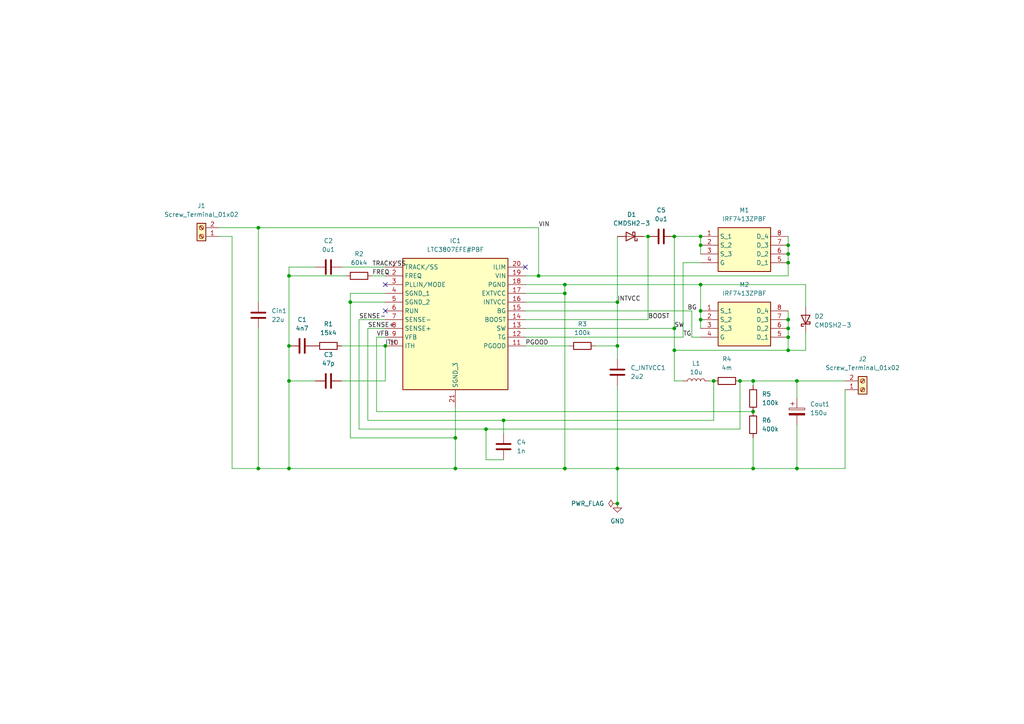
<source format=kicad_sch>
(kicad_sch (version 20231120) (generator "eeschema") (generator_version "8.0")
  (paper "A4")
  (title_block (title "Step-Down Converter") (date "2025-02-12") (rev "1.1"))
  (lib_symbols
    (symbol "Connector:Screw_Terminal_01x02" (pin_names (offset 1.016) hide)
      (property "Reference" "J" (at 0 2.54 0))
      (property "Value" "Screw_Terminal_01x02" (at 0 -5.08 0))
      (symbol "Screw_Terminal_01x02_1_1"
        (rectangle (start -1.27 1.27) (end 1.27 -3.81) (stroke (width 0.254)) (fill (type background)))
        (circle (center 0 -2.54) (radius 0.635) (stroke (width 0.1524)))
        (polyline (pts (xy -0.5334 -2.2098) (xy 0.3302 -3.048)) (stroke (width 0.1524)))
        (polyline (pts (xy -0.5334 0.3302) (xy 0.3302 -0.508)) (stroke (width 0.1524)))
        (polyline (pts (xy -0.3556 -2.032) (xy 0.508 -2.8702)) (stroke (width 0.1524)))
        (polyline (pts (xy -0.3556 0.508) (xy 0.508 -0.3302)) (stroke (width 0.1524)))
        (circle (center 0 0) (radius 0.635) (stroke (width 0.1524)))
        (pin passive line (at -5.08 0 0) (length 3.81) (name "Pin_1") (number "1"))
        (pin passive line (at -5.08 -2.54 0) (length 3.81) (name "Pin_2") (number "2"))
      )
    )
    (symbol "Device:C" (pin_numbers hide) (pin_names (offset 0.254))
      (property "Reference" "C" (at 0.635 2.54 0))
      (property "Value" "C" (at 0.635 -2.54 0))
      (symbol "C_0_1"
        (polyline (pts (xy -2.032 -0.762) (xy 2.032 -0.762)) (stroke (width 0.508)))
        (polyline (pts (xy -2.032 0.762) (xy 2.032 0.762)) (stroke (width 0.508)))
      )
      (symbol "C_1_1"
        (pin passive line (at 0 3.81 270) (length 2.794) (name "~") (number "1"))
        (pin passive line (at 0 -3.81 90) (length 2.794) (name "~") (number "2"))
      )
    )
    (symbol "Device:C_Polarized" (pin_numbers hide) (pin_names (offset 0.254))
      (property "Reference" "C" (at 0.635 2.54 0))
      (property "Value" "C_Polarized" (at 0.635 -2.54 0))
      (symbol "C_Polarized_0_1"
        (rectangle (start -2.286 0.508) (end 2.286 1.016))
        (polyline (pts (xy -1.778 2.286) (xy -0.762 2.286)))
        (polyline (pts (xy -1.27 2.794) (xy -1.27 1.778)))
        (rectangle (start 2.286 -0.508) (end -2.286 -1.016) (fill (type outline)))
      )
      (symbol "C_Polarized_1_1"
        (pin passive line (at 0 3.81 270) (length 2.794) (name "~") (number "1"))
        (pin passive line (at 0 -3.81 90) (length 2.794) (name "~") (number "2"))
      )
    )
    (symbol "Device:D_Schottky" (pin_numbers hide) (pin_names (offset 1.016) hide)
      (property "Reference" "D" (at 0 2.54 0))
      (property "Value" "D_Schottky" (at 0 -2.54 0))
      (symbol "D_Schottky_0_1"
        (polyline (pts (xy 1.27 0) (xy -1.27 0)))
        (polyline (pts (xy 1.27 1.27) (xy 1.27 -1.27) (xy -1.27 0) (xy 1.27 1.27)) (stroke (width 0.254)))
        (polyline (pts (xy -1.905 0.635) (xy -1.905 1.27) (xy -1.27 1.27) (xy -1.27 -1.27) (xy -0.635 -1.27) (xy -0.635 -0.635)) (stroke (width 0.254)))
      )
      (symbol "D_Schottky_1_1"
        (pin passive line (at -3.81 0 0) (length 2.54) (name "K") (number "1"))
        (pin passive line (at 3.81 0 180) (length 2.54) (name "A") (number "2"))
      )
    )
    (symbol "Device:L" (pin_numbers hide) (pin_names (offset 1.016) hide)
      (property "Reference" "L" (at -1.27 0 90))
      (property "Value" "L" (at 1.905 0 90))
      (symbol "L_0_1"
        (arc (start 0 -2.54) (mid 0.6323 -1.905) (end 0 -1.27))
        (arc (start 0 -1.27) (mid 0.6323 -0.635) (end 0 0))
        (arc (start 0 0) (mid 0.6323 0.635) (end 0 1.27))
        (arc (start 0 1.27) (mid 0.6323 1.905) (end 0 2.54))
      )
      (symbol "L_1_1"
        (pin passive line (at 0 3.81 270) (length 1.27) (name "1") (number "1"))
        (pin passive line (at 0 -3.81 90) (length 1.27) (name "2") (number "2"))
      )
    )
    (symbol "Device:R" (pin_numbers hide) (pin_names (offset 0))
      (property "Reference" "R" (at 2.032 0 90))
      (property "Value" "R" (at 0 0 90))
      (symbol "R_0_1"
        (rectangle (start -1.016 -2.54) (end 1.016 2.54) (stroke (width 0.254)))
      )
      (symbol "R_1_1"
        (pin passive line (at 0 3.81 270) (length 1.27) (name "~") (number "1"))
        (pin passive line (at 0 -3.81 90) (length 1.27) (name "~") (number "2"))
      )
    )
    (symbol "IRF7413ZPBF:IRF7413ZPBF"
      (property "Reference" "IC" (at 21.59 7.62 0))
      (property "Value" "IRF7413ZPBF" (at 21.59 5.08 0))
      (symbol "IRF7413ZPBF_1_1"
        (rectangle (start 5.08 2.54) (end 20.32 -10.16) (stroke (width 0.254)) (fill (type background)))
        (pin passive line (at 0 0 0) (length 5.08) (name "S_1") (number "1"))
        (pin passive line (at 0 -2.54 0) (length 5.08) (name "S_2") (number "2"))
        (pin passive line (at 0 -5.08 0) (length 5.08) (name "S_3") (number "3"))
        (pin passive line (at 0 -7.62 0) (length 5.08) (name "G") (number "4"))
        (pin passive line (at 25.4 -7.62 180) (length 5.08) (name "D_1") (number "5"))
        (pin passive line (at 25.4 -5.08 180) (length 5.08) (name "D_2") (number "6"))
        (pin passive line (at 25.4 -2.54 180) (length 5.08) (name "D_3") (number "7"))
        (pin passive line (at 25.4 0 180) (length 5.08) (name "D_4") (number "8"))
      )
    )
    (symbol "LTC3807EFE#PBF:LTC3807EFE#PBF"
      (property "Reference" "IC" (at 36.83 7.62 0))
      (property "Value" "LTC3807EFE#PBF" (at 36.83 5.08 0))
      (symbol "LTC3807EFE#PBF_1_1"
        (rectangle (start 5.08 2.54) (end 35.56 -35.56) (stroke (width 0.254)) (fill (type background)))
        (pin passive line (at 0 0 0) (length 5.08) (name "TRACK/SS") (number "1"))
        (pin passive line (at 0 -22.86 0) (length 5.08) (name "ITH") (number "10"))
        (pin passive line (at 40.64 -22.86 180) (length 5.08) (name "PGOOD") (number "11"))
        (pin passive line (at 40.64 -20.32 180) (length 5.08) (name "TG") (number "12"))
        (pin passive line (at 40.64 -17.78 180) (length 5.08) (name "SW") (number "13"))
        (pin passive line (at 40.64 -15.24 180) (length 5.08) (name "BOOST") (number "14"))
        (pin passive line (at 40.64 -12.7 180) (length 5.08) (name "BG") (number "15"))
        (pin passive line (at 40.64 -10.16 180) (length 5.08) (name "INTVCC") (number "16"))
        (pin passive line (at 40.64 -7.62 180) (length 5.08) (name "EXTVCC") (number "17"))
        (pin passive line (at 40.64 -5.08 180) (length 5.08) (name "PGND") (number "18"))
        (pin passive line (at 40.64 -2.54 180) (length 5.08) (name "VIN") (number "19"))
        (pin passive line (at 0 -2.54 0) (length 5.08) (name "FREQ") (number "2"))
        (pin passive line (at 40.64 0 180) (length 5.08) (name "ILIM") (number "20"))
        (pin passive line (at 20.32 -40.64 90) (length 5.08) (name "SGND_3") (number "21"))
        (pin passive line (at 0 -5.08 0) (length 5.08) (name "PLLIN/MODE") (number "3"))
        (pin passive line (at 0 -7.62 0) (length 5.08) (name "SGND_1") (number "4"))
        (pin passive line (at 0 -10.16 0) (length 5.08) (name "SGND_2") (number "5"))
        (pin passive line (at 0 -12.7 0) (length 5.08) (name "RUN") (number "6"))
        (pin passive line (at 0 -15.24 0) (length 5.08) (name "SENSE-") (number "7"))
        (pin passive line (at 0 -17.78 0) (length 5.08) (name "SENSE+") (number "8"))
        (pin passive line (at 0 -20.32 0) (length 5.08) (name "VFB") (number "9"))
      )
    )
    (symbol "power:GND" (power) (pin_numbers hide) (pin_names (offset 0) hide)
      (property "Value" "GND" (at 0 -3.81 0))
      (symbol "GND_0_1"
        (polyline (pts (xy 0 0) (xy 0 -1.27) (xy 1.27 -1.27) (xy 0 -2.54) (xy -1.27 -1.27) (xy 0 -1.27)))
      )
      (symbol "GND_1_1"
        (pin power_in line (at 0 0 270) (length 0) (name "~") (number "1"))
      )
    )
    (symbol "power:PWR_FLAG" (power) (pin_numbers hide) (pin_names (offset 0) hide)
      (property "Value" "PWR_FLAG" (at 0 3.81 0))
      (symbol "PWR_FLAG_0_0"
        (pin power_out line (at 0 0 90) (length 0) (name "~") (number "1"))
      )
      (symbol "PWR_FLAG_0_1"
        (polyline (pts (xy 0 0) (xy 0 1.27) (xy -1.016 1.905) (xy 0 2.54) (xy 1.016 1.905) (xy 0 1.27)))
      )
    )
  )
  (junction (at 228.6 71.12))
  (junction (at 101.6 87.63))
  (junction (at 179.07 135.89))
  (junction (at 111.76 100.33))
  (junction (at 140.97 124.46))
  (junction (at 74.93 135.89))
  (junction (at 195.58 68.58))
  (junction (at 83.82 110.49))
  (junction (at 83.82 100.33))
  (junction (at 179.07 100.33))
  (junction (at 207.01 110.49))
  (junction (at 228.6 73.66))
  (junction (at 195.58 95.25))
  (junction (at 218.44 135.89))
  (junction (at 228.6 95.25))
  (junction (at 179.07 87.63))
  (junction (at 132.08 135.89))
  (junction (at 187.96 68.58))
  (junction (at 203.2 90.17))
  (junction (at 146.05 121.92))
  (junction (at 228.6 76.2))
  (junction (at 179.07 146.05))
  (junction (at 228.6 97.79))
  (junction (at 132.08 127))
  (junction (at 214.63 110.49))
  (junction (at 203.2 82.55))
  (junction (at 83.82 80.01))
  (junction (at 163.83 85.09))
  (junction (at 163.83 135.89))
  (junction (at 156.21 80.01))
  (junction (at 195.58 101.6))
  (junction (at 228.6 101.6))
  (junction (at 203.2 92.71))
  (junction (at 203.2 71.12))
  (junction (at 83.82 135.89))
  (junction (at 231.14 110.49))
  (junction (at 218.44 119.38))
  (junction (at 231.14 135.89))
  (junction (at 218.44 110.49))
  (junction (at 228.6 92.71))
  (junction (at 163.83 82.55))
  (junction (at 203.2 68.58))
  (junction (at 74.93 66.04))
  (no_connect (at 111.76 90.17))
  (no_connect (at 111.76 82.55))
  (no_connect (at 152.4 77.47))
  (wire (pts (xy 111.76 97.79) (xy 109.22 97.79)))
  (wire (pts (xy 91.44 77.47) (xy 83.82 77.47)))
  (wire (pts (xy 228.6 95.25) (xy 228.6 97.79)))
  (wire (pts (xy 140.97 124.46) (xy 214.63 124.46)))
  (wire (pts (xy 109.22 119.38) (xy 218.44 119.38)))
  (wire (pts (xy 152.4 85.09) (xy 163.83 85.09)))
  (wire (pts (xy 179.07 135.89) (xy 179.07 146.05)))
  (wire (pts (xy 74.93 95.25) (xy 74.93 135.89)))
  (wire (pts (xy 83.82 80.01) (xy 83.82 100.33)))
  (wire (pts (xy 140.97 124.46) (xy 140.97 133.35)))
  (wire (pts (xy 111.76 92.71) (xy 104.14 92.71)))
  (wire (pts (xy 195.58 110.49) (xy 198.12 110.49)))
  (wire (pts (xy 83.82 100.33) (xy 83.82 110.49)))
  (wire (pts (xy 83.82 80.01) (xy 100.33 80.01)))
  (wire (pts (xy 207.01 121.92) (xy 207.01 110.49)))
  (wire (pts (xy 111.76 100.33) (xy 111.76 110.49)))
  (wire (pts (xy 152.4 80.01) (xy 156.21 80.01)))
  (wire (pts (xy 228.6 92.71) (xy 228.6 95.25)))
  (wire (pts (xy 228.6 101.6) (xy 233.68 101.6)))
  (wire (pts (xy 231.14 123.19) (xy 231.14 135.89)))
  (wire (pts (xy 203.2 82.55) (xy 233.68 82.55)))
  (wire (pts (xy 152.4 92.71) (xy 187.96 92.71)))
  (wire (pts (xy 179.07 100.33) (xy 179.07 104.14)))
  (wire (pts (xy 63.5 66.04) (xy 74.93 66.04)))
  (wire (pts (xy 218.44 127) (xy 218.44 135.89)))
  (wire (pts (xy 152.4 82.55) (xy 163.83 82.55)))
  (wire (pts (xy 228.6 71.12) (xy 228.6 73.66)))
  (wire (pts (xy 195.58 101.6) (xy 228.6 101.6)))
  (wire (pts (xy 228.6 76.2) (xy 228.6 80.01)))
  (wire (pts (xy 218.44 110.49) (xy 231.14 110.49)))
  (wire (pts (xy 179.07 111.76) (xy 179.07 135.89)))
  (wire (pts (xy 101.6 87.63) (xy 101.6 127)))
  (wire (pts (xy 195.58 95.25) (xy 195.58 68.58)))
  (wire (pts (xy 156.21 80.01) (xy 156.21 66.04)))
  (wire (pts (xy 233.68 82.55) (xy 233.68 88.9)))
  (wire (pts (xy 101.6 87.63) (xy 111.76 87.63)))
  (wire (pts (xy 67.31 135.89) (xy 74.93 135.89)))
  (wire (pts (xy 198.12 76.2) (xy 203.2 76.2)))
  (wire (pts (xy 172.72 100.33) (xy 179.07 100.33)))
  (wire (pts (xy 74.93 66.04) (xy 74.93 87.63)))
  (wire (pts (xy 152.4 87.63) (xy 179.07 87.63)))
  (wire (pts (xy 207.01 110.49) (xy 205.74 110.49)))
  (wire (pts (xy 228.6 68.58) (xy 228.6 71.12)))
  (wire (pts (xy 83.82 110.49) (xy 91.44 110.49)))
  (wire (pts (xy 231.14 110.49) (xy 245.11 110.49)))
  (wire (pts (xy 146.05 121.92) (xy 207.01 121.92)))
  (wire (pts (xy 146.05 125.73) (xy 146.05 121.92)))
  (wire (pts (xy 132.08 135.89) (xy 163.83 135.89)))
  (wire (pts (xy 179.07 135.89) (xy 218.44 135.89)))
  (wire (pts (xy 203.2 82.55) (xy 203.2 90.17)))
  (wire (pts (xy 83.82 110.49) (xy 83.82 135.89)))
  (wire (pts (xy 163.83 82.55) (xy 203.2 82.55)))
  (wire (pts (xy 152.4 97.79) (xy 198.12 97.79)))
  (wire (pts (xy 187.96 68.58) (xy 187.96 92.71)))
  (wire (pts (xy 152.4 95.25) (xy 195.58 95.25)))
  (wire (pts (xy 231.14 135.89) (xy 245.11 135.89)))
  (wire (pts (xy 109.22 97.79) (xy 109.22 119.38)))
  (wire (pts (xy 203.2 90.17) (xy 203.2 92.71)))
  (wire (pts (xy 233.68 96.52) (xy 233.68 101.6)))
  (wire (pts (xy 99.06 100.33) (xy 111.76 100.33)))
  (wire (pts (xy 195.58 101.6) (xy 195.58 110.49)))
  (wire (pts (xy 83.82 135.89) (xy 132.08 135.89)))
  (wire (pts (xy 163.83 135.89) (xy 179.07 135.89)))
  (wire (pts (xy 152.4 90.17) (xy 200.66 90.17)))
  (wire (pts (xy 74.93 135.89) (xy 83.82 135.89)))
  (wire (pts (xy 101.6 127) (xy 132.08 127)))
  (wire (pts (xy 101.6 85.09) (xy 101.6 87.63)))
  (wire (pts (xy 214.63 124.46) (xy 214.63 110.49)))
  (wire (pts (xy 67.31 68.58) (xy 63.5 68.58)))
  (wire (pts (xy 106.68 121.92) (xy 146.05 121.92)))
  (wire (pts (xy 74.93 66.04) (xy 156.21 66.04)))
  (wire (pts (xy 99.06 110.49) (xy 111.76 110.49)))
  (wire (pts (xy 195.58 101.6) (xy 195.58 95.25)))
  (wire (pts (xy 228.6 73.66) (xy 228.6 76.2)))
  (wire (pts (xy 179.07 87.63) (xy 179.07 100.33)))
  (wire (pts (xy 200.66 97.79) (xy 203.2 97.79)))
  (wire (pts (xy 203.2 71.12) (xy 203.2 73.66)))
  (wire (pts (xy 200.66 90.17) (xy 200.66 97.79)))
  (wire (pts (xy 218.44 111.76) (xy 218.44 110.49)))
  (wire (pts (xy 106.68 95.25) (xy 106.68 121.92)))
  (wire (pts (xy 107.95 80.01) (xy 111.76 80.01)))
  (wire (pts (xy 132.08 127) (xy 132.08 135.89)))
  (wire (pts (xy 214.63 110.49) (xy 218.44 110.49)))
  (wire (pts (xy 228.6 90.17) (xy 228.6 92.71)))
  (wire (pts (xy 156.21 80.01) (xy 228.6 80.01)))
  (wire (pts (xy 228.6 97.79) (xy 228.6 101.6)))
  (wire (pts (xy 195.58 68.58) (xy 203.2 68.58)))
  (wire (pts (xy 132.08 118.11) (xy 132.08 127)))
  (wire (pts (xy 104.14 92.71) (xy 104.14 124.46)))
  (wire (pts (xy 203.2 92.71) (xy 203.2 95.25)))
  (wire (pts (xy 179.07 68.58) (xy 179.07 87.63)))
  (wire (pts (xy 163.83 85.09) (xy 163.83 135.89)))
  (wire (pts (xy 218.44 135.89) (xy 231.14 135.89)))
  (wire (pts (xy 245.11 113.03) (xy 245.11 135.89)))
  (wire (pts (xy 104.14 124.46) (xy 140.97 124.46)))
  (wire (pts (xy 198.12 76.2) (xy 198.12 97.79)))
  (wire (pts (xy 99.06 77.47) (xy 111.76 77.47)))
  (wire (pts (xy 203.2 68.58) (xy 203.2 71.12)))
  (wire (pts (xy 140.97 133.35) (xy 146.05 133.35)))
  (wire (pts (xy 111.76 85.09) (xy 101.6 85.09)))
  (wire (pts (xy 83.82 77.47) (xy 83.82 80.01)))
  (wire (pts (xy 231.14 110.49) (xy 231.14 115.57)))
  (wire (pts (xy 186.69 68.58) (xy 187.96 68.58)))
  (wire (pts (xy 111.76 95.25) (xy 106.68 95.25)))
  (wire (pts (xy 67.31 68.58) (xy 67.31 135.89)))
  (wire (pts (xy 152.4 100.33) (xy 165.1 100.33)))
  (wire (pts (xy 163.83 82.55) (xy 163.83 85.09)))
  (label "VFB" (at 109.22 97.79 0))
  (label "VIN" (at 156.21 66.04 0))
  (label "TRACK{slash}SS" (at 107.95 77.47 0))
  (label "INTVCC" (at 179.07 87.63 0))
  (label "SENSE+" (at 106.68 95.25 0))
  (label "TG" (at 198.12 97.79 0))
  (label "ITH" (at 111.76 100.33 0))
  (label "BG" (at 199.39 90.17 0))
  (label "BOOST" (at 187.96 92.71 0))
  (label "SENSE-" (at 104.14 92.71 0))
  (label "SW" (at 195.58 95.25 0))
  (label "PGOOD" (at 152.4 100.33 0))
  (label "FREQ" (at 107.95 80.01 0))
  (symbol (lib_id "Device:C") (at 87.63 100.33 90) (unit 1)
    (property "Reference" "C1" (at 87.63 92.71 90))
    (property "Value" "4n7" (at 87.63 95.25 90))
    (property "Footprint" "footprints:CAP_CS0603_YAG" (effects (hide yes)))
    (property "Description" "Unpolarized capacitor" (effects (hide yes)))
  )
  (symbol (lib_id "Device:L") (at 201.93 110.49 90) (unit 1)
    (property "Reference" "L1" (at 201.93 105.41 90))
    (property "Value" "10u" (at 201.93 107.95 90))
    (property "Footprint" "footprints:AISC-1008F-100G-T" (effects (hide yes)))
    (property "Description" "Inductor" (effects (hide yes)))
  )
  (symbol (lib_id "Device:C") (at 146.05 129.54 0) (unit 1)
    (property "Reference" "C4" (at 149.86 128.2699 0) (effects (justify left)))
    (property "Value" "1n" (at 149.86 130.8099 0) (effects (justify left)))
    (property "Footprint" "Capacitor_SMD:C_0402_1005Metric" (effects (hide yes)))
    (property "Description" "Unpolarized capacitor" (effects (hide yes)))
    (property "Height" "0.55" (effects (hide yes)))
    (property "Mouser Part Number" "80-C0402S102K5R" (effects (hide yes)))
    (property "Mouser Price/Stock" "https://www.mouser.co.uk/ProductDetail/KEMET/C0402S102K5RACTU?qs=CV4an4nnCD1z917c3mAHAQ%3D%3D" (effects (hide yes)))
    (property "Manufacturer_Name" "KEMET" (effects (hide yes)))
    (property "Manufacturer_Part_Number" "C0402S102K5RACTU" (effects (hide yes)))
  )
  (symbol (lib_id "Device:R") (at 218.44 115.57 0) (unit 1)
    (property "Reference" "R5" (at 220.98 114.2999 0) (effects (justify left)))
    (property "Value" "100k" (at 220.98 116.8399 0) (effects (justify left)))
    (property "Footprint" "Resistor_SMD:R_01005_0402Metric" (effects (hide yes)))
    (property "Description" "Resistor" (effects (hide yes)))
  )
  (symbol (lib_id "Device:C") (at 74.93 91.44 0) (unit 1)
    (property "Reference" "Cin1" (at 78.74 90.1699 0) (effects (justify left)))
    (property "Value" "22u" (at 78.74 92.7099 0) (effects (justify left)))
    (property "Footprint" "footprints:CAP_CC1206_YAG" (effects (hide yes)))
    (property "Description" "Unpolarized capacitor" (effects (hide yes)))
  )
  (symbol (lib_id "Device:R") (at 168.91 100.33 270) (unit 1)
    (property "Reference" "R3" (at 168.91 93.98 90))
    (property "Value" "100k" (at 168.91 96.52 90))
    (property "Footprint" "Resistor_SMD:R_01005_0402Metric" (effects (hide yes)))
    (property "Description" "Resistor" (effects (hide yes)))
  )
  (symbol (lib_id "IRF7413ZPBF:IRF7413ZPBF") (at 203.2 90.17 0) (unit 1)
    (property "Reference" "M2" (at 215.9 82.55 0))
    (property "Value" "IRF7413ZPBF" (at 215.9 85.09 0))
    (property "Footprint" "footprints:IRF7413ZPBF" (effects (hide yes)))
    (property "Datasheet" "https://componentsearchengine.com/Datasheets/1/IRF7413ZPBF.pdf" (effects (hide yes)))
    (property "Description" "MOSFET N-Ch 30V 13A HEXFET Low Ron SOIC8 Infineon IRF7413ZPBF N-channel MOSFET Transistor, 13 A, 30 V, 8-Pin SOIC" (effects (hide yes)))
    (property "Height" "1.75" (effects (hide yes)))
    (property "Mouser Part Number" "942-IRF7413ZPBF" (effects (hide yes)))
    (property "Mouser Price/Stock" "https://www.mouser.com/Search/Refine.aspx?Keyword=942-IRF7413ZPBF" (effects (hide yes)))
    (property "Manufacturer_Name" "Infineon" (effects (hide yes)))
    (property "Manufacturer_Part_Number" "IRF7413ZPBF" (effects (hide yes)))
  )
  (symbol (lib_id "power:PWR_FLAG") (at 179.07 146.05 90) (unit 1)
    (property "Reference" "#FLG01" (effects (hide yes)))
    (property "Value" "PWR_FLAG" (at 175.26 146.0499 90) (effects (justify left)))
    (property "Description" "Special symbol for telling ERC where power comes from" (effects (hide yes)))
  )
  (symbol (lib_id "Device:C") (at 191.77 68.58 90) (unit 1)
    (property "Reference" "C5" (at 191.77 60.96 90))
    (property "Value" "0u1" (at 191.77 63.5 90))
    (property "Footprint" "footprints:CAP_CS0402_YAG" (effects (hide yes)))
    (property "Description" "Unpolarized capacitor" (effects (hide yes)))
  )
  (symbol (lib_id "IRF7413ZPBF:IRF7413ZPBF") (at 203.2 68.58 0) (unit 1)
    (property "Reference" "M1" (at 215.9 60.96 0))
    (property "Value" "IRF7413ZPBF" (at 215.9 63.5 0))
    (property "Footprint" "footprints:IRF7413ZPBF" (effects (hide yes)))
    (property "Datasheet" "https://componentsearchengine.com/Datasheets/1/IRF7413ZPBF.pdf" (effects (hide yes)))
    (property "Description" "MOSFET N-Ch 30V 13A HEXFET Low Ron SOIC8 Infineon IRF7413ZPBF N-channel MOSFET Transistor, 13 A, 30 V, 8-Pin SOIC" (effects (hide yes)))
    (property "Height" "1.75" (effects (hide yes)))
    (property "Mouser Part Number" "942-IRF7413ZPBF" (effects (hide yes)))
    (property "Mouser Price/Stock" "https://www.mouser.com/Search/Refine.aspx?Keyword=942-IRF7413ZPBF" (effects (hide yes)))
    (property "Manufacturer_Name" "Infineon" (effects (hide yes)))
    (property "Manufacturer_Part_Number" "IRF7413ZPBF" (effects (hide yes)))
  )
  (symbol (lib_id "Device:D_Schottky") (at 233.68 92.71 90) (unit 1)
    (property "Reference" "D2" (at 236.22 91.7574 90) (effects (justify right)))
    (property "Value" "CMDSH2-3" (at 236.22 94.2974 90) (effects (justify right)))
    (property "Footprint" "footprints:CMDSH2-3_TR_PBFREE" (effects (hide yes)))
    (property "Description" "Schottky diode" (effects (hide yes)))
  )
  (symbol (lib_id "Device:C") (at 179.07 107.95 0) (unit 1)
    (property "Reference" "C_INTVCC1" (at 182.88 106.6799 0) (effects (justify left)))
    (property "Value" "2u2" (at 182.88 109.2199 0) (effects (justify left)))
    (property "Footprint" "footprints:CC0402KRX5R7BB225" (effects (hide yes)))
    (property "Description" "Unpolarized capacitor" (effects (hide yes)))
  )
  (symbol (lib_id "power:GND") (at 179.07 146.05 0) (unit 1)
    (property "Reference" "#PWR06" (effects (hide yes)))
    (property "Value" "GND" (at 179.07 151.13 0))
    (property "Description" "Power symbol creates a global label with name \"GND\" , ground" (effects (hide yes)))
  )
  (symbol (lib_id "Device:C_Polarized") (at 231.14 119.38 0) (unit 1)
    (property "Reference" "Cout1" (at 234.95 117.2209 0) (effects (justify left)))
    (property "Value" "150u" (at 234.95 119.7609 0) (effects (justify left)))
    (property "Footprint" "footprints:TAZH157J010LBSZ0H00" (effects (hide yes)))
    (property "Description" "Polarized capacitor" (effects (hide yes)))
  )
  (symbol (lib_id "Device:D_Schottky") (at 182.88 68.58 180) (unit 1)
    (property "Reference" "D1" (at 183.1975 62.23 0))
    (property "Value" "CMDSH2-3" (at 183.1975 64.77 0))
    (property "Footprint" "footprints:CMDSH2-3_TR_PBFREE" (effects (hide yes)))
    (property "Description" "Schottky diode" (effects (hide yes)))
  )
  (symbol (lib_id "Device:C") (at 95.25 77.47 90) (unit 1)
    (property "Reference" "C2" (at 95.25 69.85 90))
    (property "Value" "0u1" (at 95.25 72.39 90))
    (property "Footprint" "footprints:CAP_CS0402_YAG" (effects (hide yes)))
    (property "Description" "Unpolarized capacitor" (effects (hide yes)))
  )
  (symbol (lib_id "Device:R") (at 95.25 100.33 90) (unit 1)
    (property "Reference" "R1" (at 95.25 93.98 90))
    (property "Value" "15k4" (at 95.25 96.52 90))
    (property "Footprint" "Resistor_SMD:R_01005_0402Metric" (effects (hide yes)))
    (property "Description" "Resistor" (effects (hide yes)))
  )
  (symbol (lib_id "Connector:Screw_Terminal_01x02") (at 58.42 68.58 180) (unit 1)
    (property "Reference" "J1" (at 58.42 59.69 0))
    (property "Value" "Screw_Terminal_01x02" (at 58.42 62.23 0))
    (property "Footprint" "footprints:1725656" (effects (hide yes)))
    (property "Description" "Generic screw terminal, single row, 01x02, script generated (kicad-library-utils/schlib/autogen/connector/)" (effects (hide yes)))
  )
  (symbol (lib_id "LTC3807EFE#PBF:LTC3807EFE#PBF") (at 111.76 77.47 0) (unit 1)
    (property "Reference" "IC1" (at 132.08 69.85 0))
    (property "Value" "LTC3807EFE#PBF" (at 132.08 72.39 0))
    (property "Footprint" "footprints:LTC3807EFE#PBF" (effects (hide yes)))
    (property "Datasheet" "https://www.arrow.com/en/products/ltc3807efepbf/analog-devices" (effects (hide yes)))
    (property "Description" "Switching Voltage Regulators Low IQ, Synchronous Step-Down Controller with 24V Output Voltage Capability" (effects (hide yes)))
    (property "Height" "1.2" (effects (hide yes)))
    (property "Mouser Part Number" "584-LTC3807EFE#PBF" (effects (hide yes)))
    (property "Mouser Price/Stock" "https://www.mouser.co.uk/ProductDetail/Analog-Devices/LTC3807EFEPBF?qs=hVkxg5c3xu%252BO18IFpsiEMQ%3D%3D" (effects (hide yes)))
    (property "Manufacturer_Name" "Analog Devices" (effects (hide yes)))
    (property "Manufacturer_Part_Number" "LTC3807EFE#PBF" (effects (hide yes)))
  )
  (symbol (lib_id "Device:R") (at 104.14 80.01 90) (unit 1)
    (property "Reference" "R2" (at 104.14 73.66 90))
    (property "Value" "60k4" (at 104.14 76.2 90))
    (property "Footprint" "Resistor_SMD:R_01005_0402Metric" (effects (hide yes)))
    (property "Description" "Resistor" (effects (hide yes)))
  )
  (symbol (lib_id "Device:C") (at 95.25 110.49 270) (unit 1)
    (property "Reference" "C3" (at 95.25 102.87 90))
    (property "Value" "47p" (at 95.25 105.41 90))
    (property "Footprint" "footprints:CAP_CS1206_YAG" (effects (hide yes)))
    (property "Description" "Unpolarized capacitor" (effects (hide yes)))
  )
  (symbol (lib_id "Device:R") (at 218.44 123.19 0) (unit 1)
    (property "Reference" "R6" (at 220.98 121.9199 0) (effects (justify left)))
    (property "Value" "400k" (at 220.98 124.4599 0) (effects (justify left)))
    (property "Footprint" "Resistor_SMD:R_01005_0402Metric" (effects (hide yes)))
    (property "Description" "Resistor" (effects (hide yes)))
  )
  (symbol (lib_id "Device:R") (at 210.82 110.49 90) (unit 1)
    (property "Reference" "R4" (at 210.82 104.14 90))
    (property "Value" "4m" (at 210.82 106.68 90))
    (property "Footprint" "footprints:KRL6432D-C-R004-F-T5" (effects (hide yes)))
    (property "Description" "Resistor" (effects (hide yes)))
  )
  (symbol (lib_id "Connector:Screw_Terminal_01x02") (at 250.19 113.03 0) (mirror x) (unit 1)
    (property "Reference" "J2" (at 250.19 104.14 0))
    (property "Value" "Screw_Terminal_01x02" (at 250.19 106.68 0))
    (property "Footprint" "footprints:1725656" (effects (hide yes)))
    (property "Description" "Generic screw terminal, single row, 01x02, script generated (kicad-library-utils/schlib/autogen/connector/)" (effects (hide yes)))
  )
)
</source>
